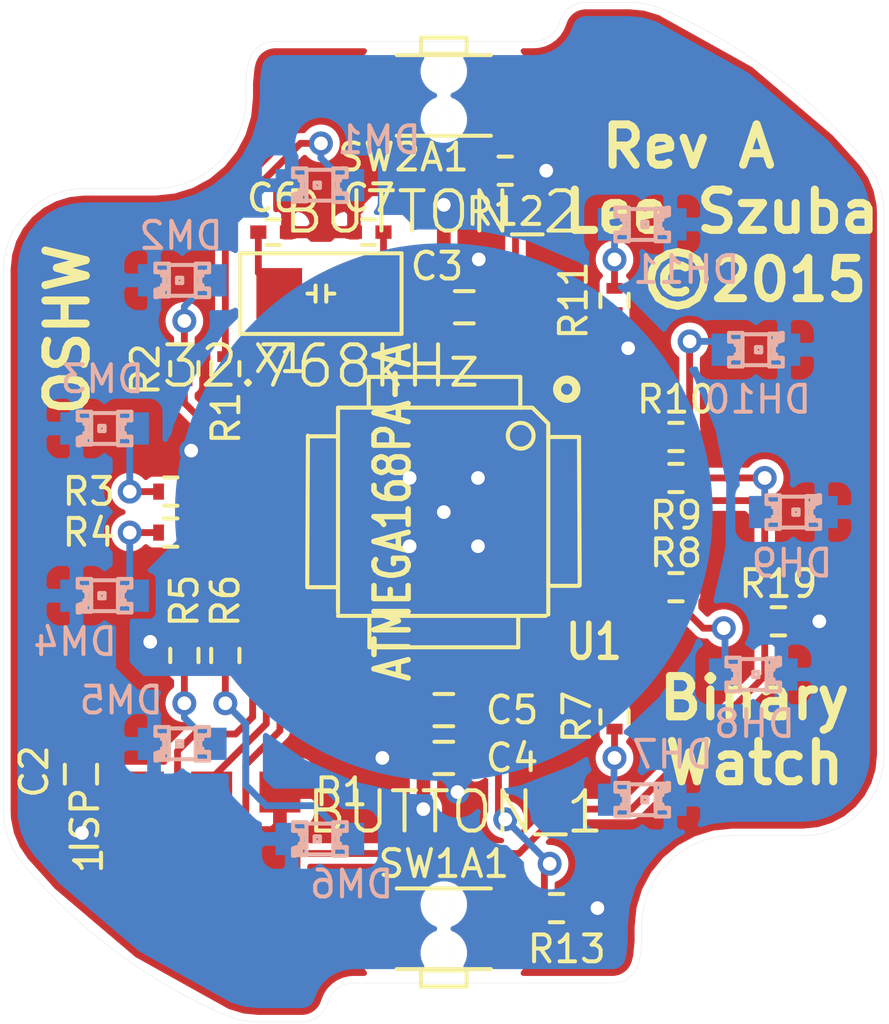
<source format=kicad_pcb>
(kicad_pcb (version 4) (host pcbnew "(2014-jul-16 BZR unknown)-product")
  (layers (0 F.Cu signal) (31 B.Cu signal hide) (34 B.Paste user hide) (35 F.Paste user hide) (36 B.SilkS user hide) (37 F.SilkS user) (38 B.Mask user hide) (39 F.Mask user) (44 Edge.Cuts user))
  (net 0 "")
  (net 1 /AREF)
  (net 2 /LED_H1)
  (net 3 /LED_H2)
  (net 4 /LED_H3)
  (net 5 /LED_H4)
  (net 6 /LED_H5)
  (net 7 /LED_M1)
  (net 8 /LED_M2)
  (net 9 /LED_M3)
  (net 10 /LED_M4)
  (net 11 /LED_M5)
  (net 12 /LED_M6)
  (net 13 /SW_1)
  (net 14 /SW_2)
  (net 15 /XTAL1)
  (net 16 /XTAL2)
  (net 17 /~RESET)
  (net 18 GND)
  (net 19 +BATT)
  (net 20 "Net-(DH7-Pad2)")
  (net 21 "Net-(DH8-Pad2)")
  (net 22 "Net-(DH9-Pad2)")
  (net 23 "Net-(DH10-Pad2)")
  (net 24 "Net-(DH11-Pad2)")
  (net 25 "Net-(DM1-Pad2)")
  (net 26 "Net-(DM2-Pad2)")
  (net 27 "Net-(DM3-Pad2)")
  (net 28 "Net-(DM4-Pad2)")
  (net 29 "Net-(DM5-Pad2)")
  (net 30 "Net-(DM6-Pad2)")
  (net 31 /MISO)
  (net 32 /SCK)
  (net 33 /MOSI)
  (module Capacitors_SMD:C_0603 (layer F.Cu) (at 145.542 88.9)
    (fp_text reference C3 (at -1.016 -1.524) (layer F.SilkS))
    (fp_text value 1uF)
    (pad 1 smd rect (at -0.75 0) (size 0.8 0.75) (layers F.Cu F.Paste F.Mask) (net 19 +BATT))
    (pad 2 smd rect (at 0.75 0) (size 0.8 0.75) (layers F.Cu F.Paste F.Mask) (net 18 GND))
  )
  (module Capacitors_SMD:C_0603 (layer F.Cu) (at 144.78 105.664)
    (fp_text reference C4 (at 2.54 0) (layer F.SilkS))
    (fp_text value 1uF)
    (pad 1 smd rect (at -0.75 0) (size 0.8 0.75) (layers F.Cu F.Paste F.Mask) (net 19 +BATT))
    (pad 2 smd rect (at 0.75 0) (size 0.8 0.75) (layers F.Cu F.Paste F.Mask) (net 18 GND))
  )
  (module Capacitors_SMD:C_0603 (layer F.Cu) (at 144.78 103.886)
    (fp_text reference C5 (at 2.54 0) (layer F.SilkS))
    (fp_text value 1uF)
    (pad 1 smd rect (at -0.75 0) (size 0.8 0.75) (layers F.Cu F.Paste F.Mask) (net 1 /AREF))
    (pad 2 smd rect (at 0.75 0) (size 0.8 0.75) (layers F.Cu F.Paste F.Mask) (net 18 GND))
  )
  (module Capacitors_SMD:C_0402 (layer F.Cu) (at 138.43 86.106)
    (fp_text reference C6 (at 0 -1.27) (layer F.SilkS))
    (fp_text value 9pF)
    (pad 1 smd rect (at -0.55 0) (size 0.6 0.5) (layers F.Cu F.Paste F.Mask) (net 16 /XTAL2))
    (pad 2 smd rect (at 0.55 0) (size 0.6 0.5) (layers F.Cu F.Paste F.Mask) (net 18 GND))
  )
  (module Capacitors_SMD:C_0402 (layer F.Cu) (at 141.986 86.106 180)
    (fp_text reference C7 (at 0 1.27 180) (layer F.SilkS))
    (fp_text value 9pF)
    (pad 1 smd rect (at -0.55 0 180) (size 0.6 0.5) (layers F.Cu F.Paste F.Mask) (net 15 /XTAL1))
    (pad 2 smd rect (at 0.55 0 180) (size 0.6 0.5) (layers F.Cu F.Paste F.Mask) (net 18 GND))
  )
  (module LEDs:LED-0805 (layer B.Cu) (at 152.16 107.22 180)
    (fp_text reference DH7 (at -1.129 1.683 180) (layer B.SilkS) (effects (justify mirror)))
    (fp_text value LED)
    (pad 2 smd rect (at 1.04902 0) (size 1.19888 1.19888) (layers B.Cu B.Paste B.Mask) (net 20 "Net-(DH7-Pad2)"))
    (pad 1 smd rect (at -1.04902 0) (size 1.19888 1.19888) (layers B.Cu B.Paste B.Mask) (net 19 +BATT))
  )
  (module LEDs:LED-0805 (layer B.Cu) (at 156.29 102.56 180)
    (fp_text reference DH8 (at -0.047 -1.834 180) (layer B.SilkS) (effects (justify mirror)))
    (fp_text value LED)
    (pad 2 smd rect (at 1.04902 0) (size 1.19888 1.19888) (layers B.Cu B.Paste B.Mask) (net 21 "Net-(DH8-Pad2)"))
    (pad 1 smd rect (at -1.04902 0) (size 1.19888 1.19888) (layers B.Cu B.Paste B.Mask) (net 19 +BATT))
  )
  (module LEDs:LED-0805 (layer B.Cu) (at 157.78 96.52 180)
    (fp_text reference DH9 (at 0.046 -1.905 180) (layer B.SilkS) (effects (justify mirror)))
    (fp_text value LED)
    (pad 2 smd rect (at 1.04902 0) (size 1.19888 1.19888) (layers B.Cu B.Paste B.Mask) (net 22 "Net-(DH9-Pad2)"))
    (pad 1 smd rect (at -1.04902 0) (size 1.19888 1.19888) (layers B.Cu B.Paste B.Mask) (net 19 +BATT))
  )
  (module LEDs:LED-0805 (layer B.Cu) (at 156.39 90.48 180)
    (fp_text reference DH10 (at -0.074 -1.849 180) (layer B.SilkS) (effects (justify mirror)))
    (fp_text value LED)
    (pad 2 smd rect (at 1.04902 0) (size 1.19888 1.19888) (layers B.Cu B.Paste B.Mask) (net 23 "Net-(DH10-Pad2)"))
    (pad 1 smd rect (at -1.04902 0) (size 1.19888 1.19888) (layers B.Cu B.Paste B.Mask) (net 19 +BATT))
  )
  (module LEDs:LED-0805 (layer B.Cu) (at 152.16 85.82 180)
    (fp_text reference DH11 (at -1.637 -1.683 180) (layer B.SilkS) (effects (justify mirror)))
    (fp_text value LED)
    (pad 2 smd rect (at 1.04902 0) (size 1.19888 1.19888) (layers B.Cu B.Paste B.Mask) (net 24 "Net-(DH11-Pad2)"))
    (pad 1 smd rect (at -1.04902 0) (size 1.19888 1.19888) (layers B.Cu B.Paste B.Mask) (net 19 +BATT))
  )
  (module LEDs:LED-0805 (layer B.Cu) (at 140.17 84.36)
    (fp_text reference DM1 (at 2.197 -1.683) (layer B.SilkS) (effects (justify mirror)))
    (fp_text value LED)
    (pad 2 smd rect (at 1.04902 0 180) (size 1.19888 1.19888) (layers B.Cu B.Paste B.Mask) (net 25 "Net-(DM1-Pad2)"))
    (pad 1 smd rect (at -1.04902 0 180) (size 1.19888 1.19888) (layers B.Cu B.Paste B.Mask) (net 19 +BATT))
  )
  (module LEDs:LED-0805 (layer B.Cu) (at 135.05 87.9)
    (fp_text reference DM2 (at -0.049 -1.667) (layer B.SilkS) (effects (justify mirror)))
    (fp_text value LED)
    (pad 2 smd rect (at 1.04902 0 180) (size 1.19888 1.19888) (layers B.Cu B.Paste B.Mask) (net 26 "Net-(DM2-Pad2)"))
    (pad 1 smd rect (at -1.04902 0 180) (size 1.19888 1.19888) (layers B.Cu B.Paste B.Mask) (net 19 +BATT))
  )
  (module LEDs:LED-0805 (layer B.Cu) (at 132.16 93.41)
    (fp_text reference DM3 (at -0.08 -1.843) (layer B.SilkS) (effects (justify mirror)))
    (fp_text value LED)
    (pad 2 smd rect (at 1.04902 0 180) (size 1.19888 1.19888) (layers B.Cu B.Paste B.Mask) (net 27 "Net-(DM3-Pad2)"))
    (pad 1 smd rect (at -1.04902 0 180) (size 1.19888 1.19888) (layers B.Cu B.Paste B.Mask) (net 19 +BATT))
  )
  (module LEDs:LED-0805 (layer B.Cu) (at 132.16 99.63)
    (fp_text reference DM4 (at -1.096 1.716) (layer B.SilkS) (effects (justify mirror)))
    (fp_text value LED)
    (pad 2 smd rect (at 1.04902 0 180) (size 1.19888 1.19888) (layers B.Cu B.Paste B.Mask) (net 28 "Net-(DM4-Pad2)"))
    (pad 1 smd rect (at -1.04902 0 180) (size 1.19888 1.19888) (layers B.Cu B.Paste B.Mask) (net 19 +BATT))
  )
  (module LEDs:LED-0805 (layer B.Cu) (at 135.05 105.14)
    (fp_text reference DM5 (at -2.27 -1.62) (layer B.SilkS) (effects (justify mirror)))
    (fp_text value LED)
    (pad 2 smd rect (at 1.04902 0 180) (size 1.19888 1.19888) (layers B.Cu B.Paste B.Mask) (net 29 "Net-(DM5-Pad2)"))
    (pad 1 smd rect (at -1.04902 0 180) (size 1.19888 1.19888) (layers B.Cu B.Paste B.Mask) (net 19 +BATT))
  )
  (module LEDs:LED-0805 (layer B.Cu) (at 140.17 108.68)
    (fp_text reference DM6 (at 1.181 1.683) (layer B.SilkS) (effects (justify mirror)))
    (fp_text value LED)
    (pad 2 smd rect (at 1.04902 0 180) (size 1.19888 1.19888) (layers B.Cu B.Paste B.Mask) (net 30 "Net-(DM6-Pad2)"))
    (pad 1 smd rect (at -1.04902 0 180) (size 1.19888 1.19888) (layers B.Cu B.Paste B.Mask) (net 19 +BATT))
  )
  (module Resistors_SMD:R_0402 (layer F.Cu) (at 136.652 91.186 90)
    (fp_text reference R1 (at -1.834 0.028 90) (layer F.SilkS))
    (fp_text value 100R)
    (pad 1 smd rect (at -0.45 0 90) (size 0.4 0.6) (layers F.Cu F.Paste F.Mask) (net 7 /LED_M1))
    (pad 2 smd rect (at 0.45 0 90) (size 0.4 0.6) (layers F.Cu F.Paste F.Mask) (net 25 "Net-(DM1-Pad2)"))
  )
  (module Resistors_SMD:R_0402 (layer F.Cu) (at 135.128 91.186 90)
    (fp_text reference R2 (at -0.034 -1.448 90) (layer F.SilkS))
    (fp_text value 100R)
    (pad 1 smd rect (at -0.45 0 90) (size 0.4 0.6) (layers F.Cu F.Paste F.Mask) (net 8 /LED_M2))
    (pad 2 smd rect (at 0.45 0 90) (size 0.4 0.6) (layers F.Cu F.Paste F.Mask) (net 26 "Net-(DM2-Pad2)"))
  )
  (module Resistors_SMD:R_0402 (layer F.Cu) (at 134.62 95.758 180)
    (fp_text reference R3 (at 3.048 0 180) (layer F.SilkS))
    (fp_text value 100R)
    (pad 1 smd rect (at -0.45 0 180) (size 0.4 0.6) (layers F.Cu F.Paste F.Mask) (net 9 /LED_M3))
    (pad 2 smd rect (at 0.45 0 180) (size 0.4 0.6) (layers F.Cu F.Paste F.Mask) (net 27 "Net-(DM3-Pad2)"))
  )
  (module Resistors_SMD:R_0402 (layer F.Cu) (at 134.62 97.282 180)
    (fp_text reference R4 (at 3.048 0 180) (layer F.SilkS))
    (fp_text value 100R)
    (pad 1 smd rect (at -0.45 0 180) (size 0.4 0.6) (layers F.Cu F.Paste F.Mask) (net 10 /LED_M4))
    (pad 2 smd rect (at 0.45 0 180) (size 0.4 0.6) (layers F.Cu F.Paste F.Mask) (net 28 "Net-(DM4-Pad2)"))
  )
  (module Resistors_SMD:R_0402 (layer F.Cu) (at 135.128 101.854 270)
    (fp_text reference R5 (at -2.032 0 270) (layer F.SilkS))
    (fp_text value 100R)
    (pad 1 smd rect (at -0.45 0 270) (size 0.4 0.6) (layers F.Cu F.Paste F.Mask) (net 11 /LED_M5))
    (pad 2 smd rect (at 0.45 0 270) (size 0.4 0.6) (layers F.Cu F.Paste F.Mask) (net 29 "Net-(DM5-Pad2)"))
  )
  (module Resistors_SMD:R_0402 (layer F.Cu) (at 136.652 101.854 270)
    (fp_text reference R6 (at -2.032 0 270) (layer F.SilkS))
    (fp_text value 100R)
    (pad 1 smd rect (at -0.45 0 270) (size 0.4 0.6) (layers F.Cu F.Paste F.Mask) (net 12 /LED_M6))
    (pad 2 smd rect (at 0.45 0 270) (size 0.4 0.6) (layers F.Cu F.Paste F.Mask) (net 30 "Net-(DM6-Pad2)"))
  )
  (module Resistors_SMD:R_0402 (layer F.Cu) (at 151.13 104.14 270)
    (fp_text reference R7 (at 0 1.397 270) (layer F.SilkS))
    (fp_text value 100R)
    (pad 1 smd rect (at -0.45 0 270) (size 0.4 0.6) (layers F.Cu F.Paste F.Mask) (net 2 /LED_H1))
    (pad 2 smd rect (at 0.45 0 270) (size 0.4 0.6) (layers F.Cu F.Paste F.Mask) (net 20 "Net-(DH7-Pad2)"))
  )
  (module Resistors_SMD:R_0402 (layer F.Cu) (at 153.416 99.314)
    (fp_text reference R8 (at 0 -1.27) (layer F.SilkS))
    (fp_text value 100R)
    (pad 1 smd rect (at -0.45 0) (size 0.4 0.6) (layers F.Cu F.Paste F.Mask) (net 3 /LED_H2))
    (pad 2 smd rect (at 0.45 0) (size 0.4 0.6) (layers F.Cu F.Paste F.Mask) (net 21 "Net-(DH8-Pad2)"))
  )
  (module Resistors_SMD:R_0402 (layer F.Cu) (at 153.416 95.25)
    (fp_text reference R9 (at 0 1.397) (layer F.SilkS))
    (fp_text value 100R)
    (pad 1 smd rect (at -0.45 0) (size 0.4 0.6) (layers F.Cu F.Paste F.Mask) (net 4 /LED_H3))
    (pad 2 smd rect (at 0.45 0) (size 0.4 0.6) (layers F.Cu F.Paste F.Mask) (net 22 "Net-(DH9-Pad2)"))
  )
  (module Resistors_SMD:R_0402 (layer F.Cu) (at 153.416 93.726)
    (fp_text reference R10 (at 0 -1.397) (layer F.SilkS))
    (fp_text value 100R)
    (pad 1 smd rect (at -0.45 0) (size 0.4 0.6) (layers F.Cu F.Paste F.Mask) (net 5 /LED_H4))
    (pad 2 smd rect (at 0.45 0) (size 0.4 0.6) (layers F.Cu F.Paste F.Mask) (net 23 "Net-(DH10-Pad2)"))
  )
  (module Resistors_SMD:R_0402 (layer F.Cu) (at 151.13 88.646 270)
    (fp_text reference R11 (at 0 1.524 270) (layer F.SilkS))
    (fp_text value 100R)
    (pad 1 smd rect (at -0.45 0 270) (size 0.4 0.6) (layers F.Cu F.Paste F.Mask) (net 24 "Net-(DH11-Pad2)"))
    (pad 2 smd rect (at 0.45 0 270) (size 0.4 0.6) (layers F.Cu F.Paste F.Mask) (net 6 /LED_H5))
  )
  (module Resistors_SMD:R_0402 (layer F.Cu) (at 147.066 83.82)
    (fp_text reference R12 (at 0 1.524) (layer F.SilkS))
    (fp_text value 10k)
    (pad 1 smd rect (at -0.45 0) (size 0.4 0.6) (layers F.Cu F.Paste F.Mask) (net 14 /SW_2))
    (pad 2 smd rect (at 0.45 0) (size 0.4 0.6) (layers F.Cu F.Paste F.Mask) (net 19 +BATT))
  )
  (module Resistors_SMD:R_0402 (layer F.Cu) (at 148.971 111.252)
    (fp_text reference R13 (at 0.381 1.524) (layer F.SilkS))
    (fp_text value 10k)
    (pad 1 smd rect (at -0.45 0) (size 0.4 0.6) (layers F.Cu F.Paste F.Mask) (net 13 /SW_1))
    (pad 2 smd rect (at 0.45 0) (size 0.4 0.6) (layers F.Cu F.Paste F.Mask) (net 19 +BATT))
  )
  (module Resistors_SMD:R_0402 (layer F.Cu) (at 157.226 100.584)
    (fp_text reference R19 (at 0 -1.397) (layer F.SilkS))
    (fp_text value 10k)
    (pad 1 smd rect (at -0.45 0) (size 0.4 0.6) (layers F.Cu F.Paste F.Mask) (net 17 /~RESET))
    (pad 2 smd rect (at 0.45 0) (size 0.4 0.6) (layers F.Cu F.Paste F.Mask) (net 19 +BATT))
  )
  (module "_ Custom Lib:EVQ-P7C01P" (layer F.Cu) (at 144.78 112.02)
    (fp_text reference SW1A1 (at 0 -2.419) (layer F.SilkS))
    (fp_text value BUTTON_1 (at 0.43 -4.34) (layer F.SilkS) (effects (font (size 1.5 1.5))))
    (pad "" np_thru_hole circle (at 0 -0.9) (size 0.71 0.71) (drill 0.71) (layers *.Cu *.Mask F.SilkS))
    (pad "" np_thru_hole circle (at 0 0.9) (size 0.71 0.71) (drill 0.71) (layers *.Cu *.Mask F.SilkS))
    (pad 1 smd rect (at -1.8 -0.725) (size 1.4 1.05) (layers F.Cu F.Paste F.Mask) (net 13 /SW_1))
    (pad 2 smd rect (at -1.8 0.725) (size 1.4 1.05) (layers F.Cu F.Paste F.Mask) (net 18 GND))
    (pad 1 smd rect (at 1.8 -0.725) (size 1.4 1.05) (layers F.Cu F.Paste F.Mask) (net 13 /SW_1))
    (pad 2 smd rect (at 1.8 0.725) (size 1.4 1.05) (layers F.Cu F.Paste F.Mask) (net 18 GND))
  )
  (module "_ Custom Lib:EVQ-P7C01P" (layer F.Cu) (at 144.78 81.02 180)
    (fp_text reference SW2A1 (at 1.5 -2.3 180) (layer F.SilkS))
    (fp_text value BUTTON_2 (at 0.43 -4.34 180) (layer F.SilkS) (effects (font (size 1.5 1.5))))
    (pad "" np_thru_hole circle (at 0 -0.9 180) (size 0.71 0.71) (drill 0.71) (layers *.Cu *.Mask F.SilkS))
    (pad "" np_thru_hole circle (at 0 0.9 180) (size 0.71 0.71) (drill 0.71) (layers *.Cu *.Mask F.SilkS))
    (pad 1 smd rect (at -1.8 -0.725 180) (size 1.4 1.05) (layers F.Cu F.Paste F.Mask) (net 14 /SW_2))
    (pad 2 smd rect (at -1.8 0.725 180) (size 1.4 1.05) (layers F.Cu F.Paste F.Mask) (net 18 GND))
    (pad 1 smd rect (at 1.8 -0.725 180) (size 1.4 1.05) (layers F.Cu F.Paste F.Mask) (net 14 /SW_2))
    (pad 2 smd rect (at 1.8 0.725 180) (size 1.4 1.05) (layers F.Cu F.Paste F.Mask) (net 18 GND))
  )
  (module "_ Custom Lib:TQFP-32" (layer F.Cu) (at 144.78 96.52 270)
    (fp_text reference U1 (at 4.826 -5.588 360) (layer F.SilkS) (effects (font (size 1.27 1.016) (thickness 0.2032))))
    (fp_text value ATMEGA168PA-A (at 0 1.905 270) (layer F.SilkS) (effects (font (size 1.27 1.016) (thickness 0.2032))))
    (pad 8 smd rect (at -4.81584 2.77622 270) (size 1.99898 0.44958) (layers F.Cu F.Paste F.Mask) (net 16 /XTAL2))
    (pad 7 smd rect (at -4.81584 1.97612 270) (size 1.99898 0.44958) (layers F.Cu F.Paste F.Mask) (net 15 /XTAL1))
    (pad 6 smd rect (at -4.81584 1.17602 270) (size 1.99898 0.44958) (layers F.Cu F.Paste F.Mask) (net 19 +BATT))
    (pad 5 smd rect (at -4.81584 0.37592 270) (size 1.99898 0.44958) (layers F.Cu F.Paste F.Mask) (net 18 GND))
    (pad 4 smd rect (at -4.81584 -0.42418 270) (size 1.99898 0.44958) (layers F.Cu F.Paste F.Mask) (net 19 +BATT))
    (pad 3 smd rect (at -4.81584 -1.22428 270) (size 1.99898 0.44958) (layers F.Cu F.Paste F.Mask) (net 18 GND))
    (pad 2 smd rect (at -4.81584 -2.02438 270) (size 1.99898 0.44958) (layers F.Cu F.Paste F.Mask) (net 14 /SW_2))
    (pad 1 smd rect (at -4.81584 -2.82448 270) (size 1.99898 0.44958) (layers F.Cu F.Paste F.Mask) (net 6 /LED_H5))
    (pad 24 smd rect (at 4.7498 -2.8194 270) (size 1.99898 0.44958) (layers F.Cu F.Paste F.Mask) (net 2 /LED_H1))
    (pad 17 smd rect (at 4.7498 2.794 270) (size 1.99898 0.44958) (layers F.Cu F.Paste F.Mask) (net 32 /SCK))
    (pad 18 smd rect (at 4.7498 1.9812 270) (size 1.99898 0.44958) (layers F.Cu F.Paste F.Mask) (net 19 +BATT))
    (pad 19 smd rect (at 4.7498 1.1684 270) (size 1.99898 0.44958) (layers F.Cu F.Paste F.Mask))
    (pad 20 smd rect (at 4.7498 0.381 270) (size 1.99898 0.44958) (layers F.Cu F.Paste F.Mask) (net 1 /AREF))
    (pad 21 smd rect (at 4.7498 -0.4318 270) (size 1.99898 0.44958) (layers F.Cu F.Paste F.Mask) (net 18 GND))
    (pad 22 smd rect (at 4.7498 -1.2192 270) (size 1.99898 0.44958) (layers F.Cu F.Paste F.Mask))
    (pad 23 smd rect (at 4.7498 -2.032 270) (size 1.99898 0.44958) (layers F.Cu F.Paste F.Mask) (net 13 /SW_1))
    (pad 32 smd rect (at -2.82448 -4.826 270) (size 0.44958 1.99898) (layers F.Cu F.Paste F.Mask) (net 5 /LED_H4))
    (pad 31 smd rect (at -2.02692 -4.826 270) (size 0.44958 1.99898) (layers F.Cu F.Paste F.Mask))
    (pad 30 smd rect (at -1.22428 -4.826 270) (size 0.44958 1.99898) (layers F.Cu F.Paste F.Mask) (net 4 /LED_H3))
    (pad 29 smd rect (at -0.42672 -4.826 270) (size 0.44958 1.99898) (layers F.Cu F.Paste F.Mask) (net 17 /~RESET))
    (pad 28 smd rect (at 0.37592 -4.826 270) (size 0.44958 1.99898) (layers F.Cu F.Paste F.Mask))
    (pad 27 smd rect (at 1.17348 -4.826 270) (size 0.44958 1.99898) (layers F.Cu F.Paste F.Mask))
    (pad 26 smd rect (at 1.97612 -4.826 270) (size 0.44958 1.99898) (layers F.Cu F.Paste F.Mask))
    (pad 25 smd rect (at 2.77368 -4.826 270) (size 0.44958 1.99898) (layers F.Cu F.Paste F.Mask) (net 3 /LED_H2))
    (pad 9 smd rect (at -2.8194 4.7752 270) (size 0.44958 1.99898) (layers F.Cu F.Paste F.Mask) (net 7 /LED_M1))
    (pad 10 smd rect (at -2.032 4.7752 270) (size 0.44958 1.99898) (layers F.Cu F.Paste F.Mask) (net 8 /LED_M2))
    (pad 11 smd rect (at -1.2192 4.7752 270) (size 0.44958 1.99898) (layers F.Cu F.Paste F.Mask) (net 9 /LED_M3))
    (pad 12 smd rect (at -0.4318 4.7752 270) (size 0.44958 1.99898) (layers F.Cu F.Paste F.Mask) (net 10 /LED_M4))
    (pad 13 smd rect (at 0.3556 4.7752 270) (size 0.44958 1.99898) (layers F.Cu F.Paste F.Mask) (net 11 /LED_M5))
    (pad 14 smd rect (at 1.1684 4.7752 270) (size 0.44958 1.99898) (layers F.Cu F.Paste F.Mask) (net 12 /LED_M6))
    (pad 15 smd rect (at 1.9812 4.7752 270) (size 0.44958 1.99898) (layers F.Cu F.Paste F.Mask) (net 33 /MOSI))
    (pad 16 smd rect (at 2.794 4.7752 270) (size 0.44958 1.99898) (layers F.Cu F.Paste F.Mask) (net 31 /MISO))
  )
  (module "_ Custom Lib:XTAL_ABS07" (layer F.Cu) (at 140.208 88.392 180)
    (fp_text reference X1 (at 1.528 -2.428 180) (layer F.SilkS))
    (fp_text value 32.768kHz (at 0 -2.7 180) (layer F.SilkS) (effects (font (size 1.5 1.5))))
    (pad 2 smd rect (at 1.55 0 180) (size 1.7 1.9) (layers F.Cu F.Paste F.Mask) (net 16 /XTAL2))
    (pad 1 smd rect (at -1.55 0 180) (size 1.7 1.9) (layers F.Cu F.Paste F.Mask) (net 15 /XTAL1))
  )
  (module "_ Custom Lib:CR2032-NEG" (layer B.Cu) (at 144.78 96.52)
    (fp_text reference BAT-N1 hide)
    (fp_text value CONN_01X01 hide)
    (pad 1 smd circle (at 0 0) (size 20 20) (layers B.Cu B.Paste B.Mask) (net 18 GND))
  )
  (module Capacitors_SMD:C_0603 (layer F.Cu) (at 131.28 106.27 90)
    (fp_text reference C2 (at 0.098 -1.74 90) (layer F.SilkS))
    (fp_text value 1uF)
    (pad 1 smd rect (at -0.75 0 90) (size 0.8 0.75) (layers F.Cu F.Paste F.Mask) (net 19 +BATT))
    (pad 2 smd rect (at 0.75 0 90) (size 0.8 0.75) (layers F.Cu F.Paste F.Mask) (net 18 GND))
  )
  (module "_ Custom Lib:HDR-2x3_SMD" (layer F.Cu) (at 136.144 108.204 90)
    (fp_text reference P1 (at 1.27 4.826 180) (layer F.SilkS))
    (fp_text value ISP (at 0.21 -4.71 90) (layer F.SilkS))
    (fp_text user 1 (at -1.27 -4.572 90) (layer F.SilkS))
    (pad 1 smd rect (at -1.27 -2.54 90) (size 1.524 1.524) (layers F.Cu F.Paste F.Mask) (net 31 /MISO))
    (pad 2 smd rect (at 1.27 -2.54 90) (size 1.524 1.524) (layers F.Cu F.Paste F.Mask) (net 19 +BATT))
    (pad 3 smd rect (at -1.27 0 90) (size 1.524 1.524) (layers F.Cu F.Paste F.Mask) (net 32 /SCK))
    (pad 4 smd rect (at 1.27 0 90) (size 1.524 1.524) (layers F.Cu F.Paste F.Mask) (net 33 /MOSI))
    (pad 5 smd rect (at -1.27 2.54 90) (size 1.524 1.524) (layers F.Cu F.Paste F.Mask) (net 17 /~RESET))
    (pad 6 smd rect (at 1.27 2.54 90) (size 1.524 1.524) (layers F.Cu F.Paste F.Mask) (net 18 GND))
  )
  (gr_text OSHW (at 130.78 89.72 90) (layer F.SilkS) (effects (font (size 1.5 1.5) (thickness 0.3))))
  (gr_text "Binary\nWatch" (at 156.337 104.648) (layer F.SilkS) (effects (font (size 1.5 1.5) (thickness 0.3))))
  (gr_text "Rev A" (at 153.88 82.92) (layer F.SilkS) (effects (font (size 1.5 1.5) (thickness 0.3))))
  (gr_text ©2015 (at 156.337 87.884) (layer F.SilkS) (effects (font (size 1.5 1.5) (thickness 0.3))))
  (gr_text "Lee Szuba" (at 149.098 85.344) (layer F.SilkS) (effects (font (size 1.5 1.5) (thickness 0.3)) (justify left)))
  (gr_circle (center 149.352 91.948) (end 149.606 92.202) (layer F.SilkS) (width 0.3))
  (gr_line (start 138.500226 79.006141) (end 148.13 79.006141) (angle 90) (layer Edge.Cuts) (width 0.01))
  (gr_arc (start 138.500226 80.006142) (end 138.500226 79.006141) (angle -74) (layer Edge.Cuts) (width 0.01))
  (gr_arc (start 140.423114 80.556141) (end 137.538781 79.731142) (angle -15.9) (layer Edge.Cuts) (width 0.01))
  (gr_line (start 137.423114 80.556141) (end 137.423114 81.085884) (angle 90) (layer Edge.Cuts) (width 0.01))
  (gr_arc (start 134.023114 81.085884) (end 134.023114 84.485884) (angle -90) (layer Edge.Cuts) (width 0.01))
  (gr_line (start 134.023114 84.485884) (end 131.406334 84.485884) (angle 90) (layer Edge.Cuts) (width 0.01))
  (gr_arc (start 131.406334 87.485884) (end 131.406334 84.485884) (angle -89.9) (layer Edge.Cuts) (width 0.01))
  (gr_line (start 128.406333 87.485884) (end 128.406333 107.651265) (angle 90) (layer Edge.Cuts) (width 0.01))
  (gr_arc (start 131.406331 107.651265) (end 128.406333 107.651265) (angle -39.7) (layer Edge.Cuts) (width 0.01))
  (gr_arc (start 144.78 96.519998) (end 129.10053 109.570448) (angle -26.7) (layer Edge.Cuts) (width 0.01))
  (gr_arc (start 137.857921 112.48386) (end 136.664456 115.236248) (angle -23.4) (layer Edge.Cuts) (width 0.01))
  (gr_line (start 137.857918 115.48386) (end 139.507111 115.48386) (angle 90) (layer Edge.Cuts) (width 0.01))
  (gr_arc (start 139.507111 114.483859) (end 139.507111 115.48386) (angle -74) (layer Edge.Cuts) (width 0.01))
  (gr_arc (start 141.43 115.033859) (end 141.43 114.033859) (angle -74) (layer Edge.Cuts) (width 0.01))
  (gr_line (start 151.059774 114.033859) (end 141.43 114.033859) (angle 90) (layer Edge.Cuts) (width 0.01))
  (gr_arc (start 151.059774 113.033858) (end 151.059774 114.033859) (angle -74) (layer Edge.Cuts) (width 0.01))
  (gr_arc (start 149.136886 112.483859) (end 152.021219 113.308858) (angle -15.9) (layer Edge.Cuts) (width 0.01))
  (gr_line (start 152.136886 112.483859) (end 152.136886 111.954116) (angle 90) (layer Edge.Cuts) (width 0.01))
  (gr_arc (start 155.536886 111.954116) (end 155.536886 108.554116) (angle -90) (layer Edge.Cuts) (width 0.01))
  (gr_line (start 155.536886 108.554116) (end 158.153666 108.554116) (angle 90) (layer Edge.Cuts) (width 0.01))
  (gr_arc (start 158.153666 105.554116) (end 158.153666 108.554116) (angle -89.9) (layer Edge.Cuts) (width 0.01))
  (gr_line (start 161.153667 105.554116) (end 161.153667 85.388735) (angle 90) (layer Edge.Cuts) (width 0.01))
  (gr_arc (start 158.153669 85.388735) (end 161.153667 85.388735) (angle -39.7) (layer Edge.Cuts) (width 0.01))
  (gr_arc (start 144.78 96.520002) (end 160.45947 83.469552) (angle -26.7) (layer Edge.Cuts) (width 0.01))
  (gr_arc (start 151.702079 80.55614) (end 152.895544 77.803752) (angle -23.4) (layer Edge.Cuts) (width 0.01))
  (gr_line (start 151.702082 77.55614) (end 150.052889 77.55614) (angle 90) (layer Edge.Cuts) (width 0.01))
  (gr_arc (start 150.052889 78.556141) (end 150.052889 77.55614) (angle -74) (layer Edge.Cuts) (width 0.01))
  (gr_arc (start 148.13 78.006141) (end 148.13 79.006141) (angle -74) (layer Edge.Cuts) (width 0.01))
  (segment (start 144.399 103.517) (end 144.03 103.886) (width 0.254) (layer F.Cu) (net 1))
  (segment (start 144.399 101.2698) (end 144.399 103.517) (width 0.254) (layer F.Cu) (net 1))
  (segment (start 150.2918 101.2698) (end 151.13 102.108) (width 0.254) (layer F.Cu) (net 2))
  (segment (start 151.13 102.108) (end 151.13 103.69) (width 0.254) (layer F.Cu) (net 2))
  (segment (start 147.5994 101.2698) (end 150.2918 101.2698) (width 0.254) (layer F.Cu) (net 2))
  (segment (start 152.94568 99.29368) (end 152.966 99.314) (width 0.254) (layer F.Cu) (net 3))
  (segment (start 149.606 99.29368) (end 152.94568 99.29368) (width 0.254) (layer F.Cu) (net 3))
  (segment (start 152.92028 95.29572) (end 152.966 95.25) (width 0.254) (layer F.Cu) (net 4))
  (segment (start 149.606 95.29572) (end 152.92028 95.29572) (width 0.254) (layer F.Cu) (net 4))
  (segment (start 152.93552 93.69552) (end 152.966 93.726) (width 0.254) (layer F.Cu) (net 5))
  (segment (start 149.606 93.69552) (end 152.93552 93.69552) (width 0.254) (layer F.Cu) (net 5))
  (segment (start 147.60448 91.70416) (end 147.60448 89.88552) (width 0.254) (layer F.Cu) (net 6))
  (segment (start 148.394 89.096) (end 151.13 89.096) (width 0.254) (layer F.Cu) (net 6))
  (segment (start 147.60448 89.88552) (end 148.394 89.096) (width 0.254) (layer F.Cu) (net 6))
  (segment (start 137.8966 93.7006) (end 136.652 92.456) (width 0.254) (layer F.Cu) (net 7))
  (segment (start 136.652 92.456) (end 136.652 91.636) (width 0.254) (layer F.Cu) (net 7))
  (segment (start 140.0048 93.7006) (end 137.8966 93.7006) (width 0.254) (layer F.Cu) (net 7))
  (segment (start 137.16 94.488) (end 135.128 92.456) (width 0.254) (layer F.Cu) (net 8))
  (segment (start 135.128 92.456) (end 135.128 91.636) (width 0.254) (layer F.Cu) (net 8))
  (segment (start 140.0048 94.488) (end 137.16 94.488) (width 0.254) (layer F.Cu) (net 8))
  (segment (start 137.450352 95.3008) (end 136.993152 95.758) (width 0.254) (layer F.Cu) (net 9))
  (segment (start 136.993152 95.758) (end 135.07 95.758) (width 0.254) (layer F.Cu) (net 9))
  (segment (start 140.0048 95.3008) (end 137.450352 95.3008) (width 0.254) (layer F.Cu) (net 9))
  (segment (start 137.381376 96.0882) (end 136.187576 97.282) (width 0.254) (layer F.Cu) (net 10))
  (segment (start 136.187576 97.282) (end 135.07 97.282) (width 0.254) (layer F.Cu) (net 10))
  (segment (start 140.0048 96.0882) (end 137.381376 96.0882) (width 0.254) (layer F.Cu) (net 10))
  (segment (start 137.3124 96.8756) (end 135.128 99.06) (width 0.254) (layer F.Cu) (net 11))
  (segment (start 135.128 99.06) (end 135.128 101.404) (width 0.254) (layer F.Cu) (net 11))
  (segment (start 140.0048 96.8756) (end 137.3124 96.8756) (width 0.254) (layer F.Cu) (net 11))
  (segment (start 137.2616 97.6884) (end 136.652 98.298) (width 0.254) (layer F.Cu) (net 12))
  (segment (start 136.652 98.298) (end 136.652 101.404) (width 0.254) (layer F.Cu) (net 12))
  (segment (start 140.0048 97.6884) (end 137.2616 97.6884) (width 0.254) (layer F.Cu) (net 12))
  (segment (start 146.58 111.295) (end 146.558 110.49) (width 0.254) (layer F.Cu) (net 13))
  (segment (start 143.002 110.49) (end 142.98 111.295) (width 0.254) (layer F.Cu) (net 13))
  (segment (start 143.51 109.982) (end 143.002 110.49) (width 0.254) (layer F.Cu) (net 13))
  (segment (start 146.05 109.982) (end 143.51 109.982) (width 0.254) (layer F.Cu) (net 13))
  (segment (start 146.558 110.49) (end 146.05 109.982) (width 0.254) (layer F.Cu) (net 13))
  (segment (start 148.521 111.252) (end 148.521 109.797) (width 0.254) (layer F.Cu) (net 13))
  (segment (start 146.812 107.696) (end 146.812 101.2698) (width 0.254) (layer F.Cu) (net 13))
  (segment (start 147.066 107.95) (end 146.812 107.696) (width 0.254) (layer F.Cu) (net 13))
  (via (at 147.066 107.95) (size 0.889) (layers F.Cu B.Cu) (net 13))
  (segment (start 148.717 109.601) (end 147.066 107.95) (width 0.254) (layer B.Cu) (net 13))
  (via (at 148.717 109.601) (size 0.889) (layers F.Cu B.Cu) (net 13))
  (segment (start 148.521 109.797) (end 148.717 109.601) (width 0.254) (layer F.Cu) (net 13))
  (segment (start 146.58 111.295) (end 148.478 111.295) (width 0.254) (layer F.Cu) (net 13))
  (segment (start 148.478 111.295) (end 148.521 111.252) (width 0.254) (layer F.Cu) (net 13))
  (segment (start 146.58 111.295) (end 146.812 111.063) (width 0.254) (layer F.Cu) (net 13))
  (segment (start 146.616 83.82) (end 146.616 84.767) (width 0.254) (layer F.Cu) (net 14))
  (segment (start 146.616 84.767) (end 147.447 85.598) (width 0.254) (layer F.Cu) (net 14))
  (segment (start 142.98 81.745) (end 142.98 82.782) (width 0.254) (layer F.Cu) (net 14))
  (segment (start 143.256 83.058) (end 146.616 83.058) (width 0.254) (layer F.Cu) (net 14))
  (segment (start 142.98 82.782) (end 143.256 83.058) (width 0.254) (layer F.Cu) (net 14))
  (segment (start 146.80438 91.70416) (end 146.80438 89.92362) (width 0.254) (layer F.Cu) (net 14))
  (segment (start 146.616 84.767) (end 146.616 83.058) (width 0.254) (layer F.Cu) (net 14))
  (segment (start 146.616 83.058) (end 146.616 81.781) (width 0.254) (layer F.Cu) (net 14))
  (segment (start 147.447 85.598) (end 146.616 84.767) (width 0.254) (layer F.Cu) (net 14))
  (segment (start 147.447 89.281) (end 147.447 85.598) (width 0.254) (layer F.Cu) (net 14))
  (segment (start 146.80438 89.92362) (end 147.447 89.281) (width 0.254) (layer F.Cu) (net 14))
  (segment (start 146.616 81.781) (end 146.58 81.745) (width 0.254) (layer F.Cu) (net 14))
  (segment (start 142.80388 89.43788) (end 141.758 88.392) (width 0.254) (layer F.Cu) (net 15))
  (segment (start 142.80388 91.70416) (end 142.80388 89.43788) (width 0.254) (layer F.Cu) (net 15))
  (segment (start 142.536 87.614) (end 141.758 88.392) (width 0.254) (layer F.Cu) (net 15))
  (segment (start 142.536 86.106) (end 142.536 87.614) (width 0.254) (layer F.Cu) (net 15))
  (segment (start 138.658 89.89) (end 140.47216 91.70416) (width 0.254) (layer F.Cu) (net 16))
  (segment (start 140.47216 91.70416) (end 142.00378 91.70416) (width 0.254) (layer F.Cu) (net 16))
  (segment (start 138.658 88.392) (end 138.658 89.89) (width 0.254) (layer F.Cu) (net 16))
  (segment (start 137.88 87.614) (end 138.658 88.392) (width 0.254) (layer F.Cu) (net 16))
  (segment (start 137.88 86.106) (end 137.88 87.614) (width 0.254) (layer F.Cu) (net 16))
  (segment (start 156.718 101.092) (end 156.718 100.642) (width 0.254) (layer F.Cu) (net 17))
  (segment (start 156.718 100.642) (end 156.776 100.584) (width 0.254) (layer F.Cu) (net 17))
  (segment (start 145.034 109.22) (end 147.574 109.22) (width 0.254) (layer F.Cu) (net 17))
  (segment (start 156.16428 96.09328) (end 156.718 96.647) (width 0.254) (layer F.Cu) (net 17))
  (segment (start 148.082 108.712) (end 149.225 107.569) (width 0.254) (layer F.Cu) (net 17))
  (segment (start 149.225 107.569) (end 151.765 107.569) (width 0.254) (layer F.Cu) (net 17))
  (segment (start 151.765 107.569) (end 156.718 102.616) (width 0.254) (layer F.Cu) (net 17))
  (segment (start 156.718 102.616) (end 156.718 101.219) (width 0.254) (layer F.Cu) (net 17))
  (segment (start 149.606 96.09328) (end 156.16428 96.09328) (width 0.254) (layer F.Cu) (net 17))
  (segment (start 156.718 96.647) (end 156.718 101.092) (width 0.254) (layer F.Cu) (net 17))
  (segment (start 156.718 101.092) (end 156.718 101.219) (width 0.254) (layer F.Cu) (net 17))
  (segment (start 145.034 109.22) (end 138.938 109.22) (width 0.254) (layer F.Cu) (net 17))
  (segment (start 147.574 109.22) (end 148.082 108.712) (width 0.254) (layer F.Cu) (net 17))
  (segment (start 138.684 109.474) (end 138.684 109.474) (width 0.254) (layer F.Cu) (net 17))
  (segment (start 138.684 109.474) (end 138.938 109.22) (width 0.254) (layer F.Cu) (net 17))
  (segment (start 146.05 95.25) (end 146.05 87.15) (width 0.254) (layer F.Cu) (net 18))
  (segment (start 146.08 87.12) (end 144.78 88.42) (width 0.254) (layer B.Cu) (net 18))
  (via (at 146.08 87.12) (size 0.889) (layers F.Cu B.Cu) (net 18))
  (segment (start 146.05 87.15) (end 146.08 87.12) (width 0.254) (layer F.Cu) (net 18))
  (segment (start 144.78 88.42) (end 144.78 96.52) (width 0.254) (layer B.Cu) (net 18))
  (segment (start 145.288 106.934) (end 145.288 106.912) (width 0.254) (layer B.Cu) (net 18))
  (segment (start 145.68 106.52) (end 145.68 97.42) (width 0.254) (layer B.Cu) (net 18))
  (segment (start 145.288 106.912) (end 145.68 106.52) (width 0.254) (layer B.Cu) (net 18))
  (segment (start 145.68 97.42) (end 144.78 96.52) (width 0.254) (layer B.Cu) (net 18))
  (segment (start 145.288 106.934) (end 145.288 106.712) (width 0.254) (layer B.Cu) (net 18))
  (segment (start 145.48 106.52) (end 145.48 97.22) (width 0.254) (layer B.Cu) (net 18))
  (segment (start 145.288 106.712) (end 145.48 106.52) (width 0.254) (layer B.Cu) (net 18))
  (segment (start 145.48 97.22) (end 144.78 96.52) (width 0.254) (layer B.Cu) (net 18))
  (segment (start 145.288 106.934) (end 145.288 106.728) (width 0.254) (layer B.Cu) (net 18))
  (segment (start 145.288 106.728) (end 144.78 106.22) (width 0.254) (layer B.Cu) (net 18))
  (segment (start 144.78 106.22) (end 144.78 96.52) (width 0.254) (layer B.Cu) (net 18))
  (via (at 135.382 94.234) (size 0.889) (layers F.Cu B.Cu) (net 18))
  (segment (start 135.382 94.234) (end 137.668 96.52) (width 0.254) (layer B.Cu) (net 18))
  (segment (start 137.668 96.52) (end 144.78 96.52) (width 0.254) (layer B.Cu) (net 18))
  (segment (start 132.588 101.854) (end 133.35 101.854) (width 0.254) (layer F.Cu) (net 18))
  (segment (start 133.858 101.346) (end 138.684 96.52) (width 0.254) (layer B.Cu) (net 18))
  (via (at 133.858 101.346) (size 0.889) (layers F.Cu B.Cu) (net 18))
  (segment (start 133.35 101.854) (end 133.858 101.346) (width 0.254) (layer F.Cu) (net 18))
  (segment (start 138.684 96.52) (end 144.78 96.52) (width 0.254) (layer B.Cu) (net 18))
  (via (at 142.494 105.664) (size 0.889) (layers F.Cu B.Cu) (net 18))
  (segment (start 142.494 105.664) (end 144.78 103.378) (width 0.254) (layer B.Cu) (net 18))
  (segment (start 144.78 103.378) (end 144.78 96.52) (width 0.254) (layer B.Cu) (net 18))
  (segment (start 145.542 107.188) (end 145.288 106.934) (width 0.254) (layer F.Cu) (net 18))
  (segment (start 145.288 106.934) (end 144.78 106.426) (width 0.254) (layer B.Cu) (net 18))
  (via (at 145.288 106.934) (size 0.889) (layers F.Cu B.Cu) (net 18))
  (segment (start 144.78 106.426) (end 144.78 96.52) (width 0.254) (layer B.Cu) (net 18))
  (segment (start 152.654 88.646) (end 152.654 89.408) (width 0.254) (layer F.Cu) (net 18))
  (segment (start 151.638 90.424) (end 145.542 96.52) (width 0.254) (layer B.Cu) (net 18))
  (via (at 151.638 90.424) (size 0.889) (layers F.Cu B.Cu) (net 18))
  (segment (start 152.654 89.408) (end 151.638 90.424) (width 0.254) (layer F.Cu) (net 18))
  (segment (start 145.542 96.52) (end 144.78 96.52) (width 0.254) (layer B.Cu) (net 18))
  (segment (start 145.53 105.664) (end 145.53 103.886) (width 0.254) (layer F.Cu) (net 18))
  (segment (start 145.53 103.886) (end 145.2118 103.5678) (width 0.254) (layer F.Cu) (net 18))
  (segment (start 145.2118 103.5678) (end 145.2118 101.2698) (width 0.254) (layer F.Cu) (net 18))
  (segment (start 144.78 96.52) (end 143.51 97.79) (width 0.254) (layer F.Cu) (net 18))
  (segment (start 143.51 97.79) (end 144.78 96.52) (width 0.254) (layer B.Cu) (net 18))
  (via (at 143.51 97.79) (size 0.889) (layers F.Cu B.Cu) (net 18))
  (segment (start 144.78 96.52) (end 143.51 95.25) (width 0.254) (layer F.Cu) (net 18))
  (segment (start 143.51 95.25) (end 144.78 96.52) (width 0.254) (layer B.Cu) (net 18))
  (via (at 143.51 95.25) (size 0.889) (layers F.Cu B.Cu) (net 18))
  (segment (start 144.78 96.52) (end 146.05 97.79) (width 0.254) (layer F.Cu) (net 18))
  (segment (start 146.05 97.79) (end 144.78 96.52) (width 0.254) (layer B.Cu) (net 18))
  (via (at 146.05 97.79) (size 0.889) (layers F.Cu B.Cu) (net 18))
  (via (at 144.78 96.52) (size 0.889) (layers F.Cu B.Cu) (net 18))
  (segment (start 146.05 95.25) (end 144.78 96.52) (width 0.254) (layer B.Cu) (net 18))
  (via (at 146.05 95.25) (size 0.889) (layers F.Cu B.Cu) (net 18))
  (segment (start 144.78 96.52) (end 146.05 95.25) (width 0.254) (layer F.Cu) (net 18))
  (segment (start 157.676 100.584) (end 158.75 100.584) (width 0.254) (layer F.Cu) (net 19))
  (via (at 158.75 100.584) (size 0.889) (layers F.Cu B.Cu) (net 19))
  (segment (start 147.516 83.82) (end 148.59 83.82) (width 0.254) (layer F.Cu) (net 19))
  (via (at 148.59 83.82) (size 0.889) (layers F.Cu B.Cu) (net 19))
  (segment (start 149.421 111.252) (end 150.495 111.252) (width 0.254) (layer F.Cu) (net 19))
  (via (at 150.495 111.252) (size 0.889) (layers F.Cu B.Cu) (net 19))
  (segment (start 133.604 106.934) (end 131.366 106.934) (width 0.508) (layer F.Cu) (net 19))
  (segment (start 131.366 106.934) (end 131.318 106.982) (width 0.508) (layer F.Cu) (net 19))
  (segment (start 131.318 106.982) (end 131.318 108.458) (width 0.508) (layer F.Cu) (net 19))
  (via (at 131.318 108.458) (size 0.889) (layers F.Cu B.Cu) (net 19))
  (segment (start 143.60398 91.70416) (end 143.60398 90.08802) (width 0.508) (layer F.Cu) (net 19))
  (segment (start 143.60398 90.08802) (end 144.792 88.9) (width 0.508) (layer F.Cu) (net 19))
  (segment (start 145.20418 91.70416) (end 145.20418 89.31218) (width 0.508) (layer F.Cu) (net 19))
  (segment (start 145.20418 89.31218) (end 144.78 88.888) (width 0.508) (layer F.Cu) (net 19))
  (segment (start 144.78 88.888) (end 144.78 85.09) (width 0.508) (layer F.Cu) (net 19))
  (via (at 144.78 85.09) (size 0.889) (layers F.Cu B.Cu) (net 19))
  (via (at 144.018 107.569) (size 0.889) (layers F.Cu B.Cu) (net 19))
  (segment (start 144.018 107.569) (end 144.006 107.581) (width 0.254) (layer F.Cu) (net 19))
  (segment (start 144.03 105.664) (end 144.018 107.569) (width 0.508) (layer F.Cu) (net 19))
  (segment (start 144.018 107.569) (end 144.006 107.581) (width 0.254) (layer B.Cu) (net 19))
  (segment (start 142.7988 104.4448) (end 142.7988 101.2698) (width 0.508) (layer F.Cu) (net 19))
  (segment (start 144.018 105.664) (end 142.7988 104.4448) (width 0.508) (layer F.Cu) (net 19))
  (segment (start 144.03 105.664) (end 144.018 105.664) (width 0.254) (layer F.Cu) (net 19))
  (segment (start 151.11098 105.68302) (end 151.13 105.664) (width 0.254) (layer B.Cu) (net 20))
  (via (at 151.13 105.664) (size 0.889) (layers F.Cu B.Cu) (net 20))
  (segment (start 151.13 105.664) (end 151.13 104.59) (width 0.254) (layer F.Cu) (net 20))
  (segment (start 151.11098 107.22) (end 151.11098 105.68302) (width 0.254) (layer B.Cu) (net 20))
  (segment (start 153.866 100.272) (end 154.432 100.838) (width 0.254) (layer F.Cu) (net 21))
  (segment (start 154.432 100.838) (end 155.194 100.838) (width 0.254) (layer F.Cu) (net 21))
  (via (at 155.194 100.838) (size 0.889) (layers F.Cu B.Cu) (net 21))
  (segment (start 155.194 100.838) (end 155.24098 100.88498) (width 0.254) (layer B.Cu) (net 21))
  (segment (start 155.24098 100.88498) (end 155.24098 102.56) (width 0.254) (layer B.Cu) (net 21))
  (segment (start 153.866 99.314) (end 153.866 100.272) (width 0.254) (layer F.Cu) (net 21))
  (segment (start 156.718 95.25) (end 153.866 95.25) (width 0.254) (layer F.Cu) (net 22))
  (via (at 156.718 95.25) (size 0.889) (layers F.Cu B.Cu) (net 22))
  (segment (start 156.718 96.50702) (end 156.718 95.25) (width 0.254) (layer B.Cu) (net 22))
  (segment (start 156.73098 96.52) (end 156.718 96.50702) (width 0.254) (layer B.Cu) (net 22))
  (segment (start 155.03098 90.17) (end 155.34098 90.48) (width 0.254) (layer B.Cu) (net 23))
  (segment (start 153.924 90.17) (end 155.03098 90.17) (width 0.254) (layer B.Cu) (net 23))
  (via (at 153.924 90.17) (size 0.889) (layers F.Cu B.Cu) (net 23))
  (segment (start 153.924 93.668) (end 153.924 90.17) (width 0.254) (layer F.Cu) (net 23))
  (segment (start 153.866 93.726) (end 153.924 93.668) (width 0.254) (layer F.Cu) (net 23))
  (segment (start 151.13 87.122) (end 151.13 88.196) (width 0.254) (layer F.Cu) (net 24))
  (via (at 151.13 87.122) (size 0.889) (layers F.Cu B.Cu) (net 24))
  (segment (start 151.13 85.83902) (end 151.13 87.122) (width 0.254) (layer B.Cu) (net 24))
  (segment (start 151.11098 85.82) (end 151.13 85.83902) (width 0.254) (layer B.Cu) (net 24))
  (segment (start 136.652 85.598) (end 139.446 82.804) (width 0.254) (layer F.Cu) (net 25))
  (segment (start 139.446 82.804) (end 140.208 82.804) (width 0.254) (layer F.Cu) (net 25))
  (via (at 140.208 82.804) (size 0.889) (layers F.Cu B.Cu) (net 25))
  (segment (start 140.208 82.804) (end 140.208 83.34898) (width 0.254) (layer B.Cu) (net 25))
  (segment (start 140.208 83.34898) (end 141.21902 84.36) (width 0.254) (layer B.Cu) (net 25))
  (segment (start 136.652 90.736) (end 136.652 85.598) (width 0.254) (layer F.Cu) (net 25))
  (segment (start 135.128 88.87102) (end 135.128 89.408) (width 0.254) (layer B.Cu) (net 26))
  (via (at 135.128 89.408) (size 0.889) (layers F.Cu B.Cu) (net 26))
  (segment (start 135.128 89.408) (end 135.128 90.736) (width 0.254) (layer F.Cu) (net 26))
  (segment (start 136.09902 87.9) (end 135.128 88.87102) (width 0.254) (layer B.Cu) (net 26))
  (via (at 133.096 95.758) (size 0.889) (layers F.Cu B.Cu) (net 27))
  (segment (start 133.096 95.758) (end 133.096 93.472) (width 0.254) (layer B.Cu) (net 27))
  (segment (start 133.096 93.472) (end 133.20902 93.41) (width 0.254) (layer B.Cu) (net 27))
  (segment (start 134.17 95.758) (end 133.096 95.758) (width 0.254) (layer F.Cu) (net 27))
  (via (at 133.096 97.282) (size 0.889) (layers F.Cu B.Cu) (net 28))
  (segment (start 133.096 97.282) (end 133.096 99.568) (width 0.254) (layer B.Cu) (net 28))
  (segment (start 133.096 99.568) (end 133.20902 99.63) (width 0.254) (layer B.Cu) (net 28))
  (segment (start 134.17 97.282) (end 133.096 97.282) (width 0.254) (layer F.Cu) (net 28))
  (segment (start 135.128 104.16898) (end 136.09902 105.14) (width 0.254) (layer B.Cu) (net 29))
  (segment (start 135.128 102.304) (end 135.128 103.632) (width 0.254) (layer F.Cu) (net 29))
  (via (at 135.128 103.632) (size 0.889) (layers F.Cu B.Cu) (net 29))
  (segment (start 135.128 103.632) (end 135.128 104.16898) (width 0.254) (layer B.Cu) (net 29))
  (via (at 136.652 103.632) (size 0.889) (layers F.Cu B.Cu) (net 30))
  (segment (start 136.652 103.632) (end 137.414 104.394) (width 0.254) (layer B.Cu) (net 30))
  (segment (start 137.414 104.394) (end 137.414 106.68) (width 0.254) (layer B.Cu) (net 30))
  (segment (start 137.414 106.68) (end 138.176 107.442) (width 0.254) (layer B.Cu) (net 30))
  (segment (start 138.176 107.442) (end 139.98102 107.442) (width 0.254) (layer B.Cu) (net 30))
  (segment (start 139.98102 107.442) (end 141.21902 108.68) (width 0.254) (layer B.Cu) (net 30))
  (segment (start 136.652 102.304) (end 136.652 103.632) (width 0.254) (layer F.Cu) (net 30))
  (segment (start 134.874 108.204) (end 134.874 105.41) (width 0.254) (layer F.Cu) (net 31))
  (segment (start 134.874 105.41) (end 135.509 104.775) (width 0.254) (layer F.Cu) (net 31))
  (segment (start 135.509 104.775) (end 137.033 104.775) (width 0.254) (layer F.Cu) (net 31))
  (segment (start 137.033 104.775) (end 137.668 104.14) (width 0.254) (layer F.Cu) (net 31))
  (segment (start 137.668 104.14) (end 137.668 100.076) (width 0.254) (layer F.Cu) (net 31))
  (segment (start 137.668 100.076) (end 138.43 99.314) (width 0.254) (layer F.Cu) (net 31))
  (segment (start 138.43 99.314) (end 140.0048 99.314) (width 0.254) (layer F.Cu) (net 31))
  (segment (start 133.604 109.474) (end 134.874 108.204) (width 0.254) (layer F.Cu) (net 31))
  (segment (start 138.176 105.156) (end 138.684004 104.647996) (width 0.254) (layer F.Cu) (net 32))
  (segment (start 137.414 108.204) (end 137.414 105.918) (width 0.254) (layer F.Cu) (net 32))
  (segment (start 137.414 105.918) (end 137.922 105.41) (width 0.254) (layer F.Cu) (net 32))
  (segment (start 136.144 109.474) (end 137.414 108.204) (width 0.254) (layer F.Cu) (net 32))
  (segment (start 138.176 105.156) (end 137.922 105.41) (width 0.254) (layer F.Cu) (net 32))
  (segment (start 138.938 101.092) (end 141.8082 101.092) (width 0.254) (layer F.Cu) (net 32))
  (segment (start 138.684004 101.345996) (end 138.938 101.092) (width 0.254) (layer F.Cu) (net 32))
  (segment (start 138.684004 104.647996) (end 138.684004 101.345996) (width 0.254) (layer F.Cu) (net 32))
  (segment (start 141.8082 101.092) (end 141.986 101.2698) (width 0.254) (layer F.Cu) (net 32))
  (segment (start 138.43 100.076) (end 138.43 100.076002) (width 0.254) (layer F.Cu) (net 33))
  (segment (start 138.43 100.076) (end 141.224 100.076) (width 0.254) (layer F.Cu) (net 33))
  (segment (start 141.224 100.076) (end 141.478 99.822) (width 0.254) (layer F.Cu) (net 33))
  (segment (start 141.478 99.822) (end 141.478 98.806) (width 0.254) (layer F.Cu) (net 33))
  (segment (start 141.478 98.806) (end 141.1732 98.5012) (width 0.254) (layer F.Cu) (net 33))
  (segment (start 139.7508 98.5012) (end 141.1732 98.5012) (width 0.254) (layer F.Cu) (net 33))
  (segment (start 138.176002 104.393998) (end 138.176 104.394) (width 0.254) (layer F.Cu) (net 33))
  (segment (start 138.176002 100.33) (end 138.176002 104.393998) (width 0.254) (layer F.Cu) (net 33))
  (segment (start 138.43 100.076002) (end 138.176002 100.33) (width 0.254) (layer F.Cu) (net 33))
  (segment (start 136.144 106.426) (end 138.176 104.394) (width 0.254) (layer F.Cu) (net 33))
  (segment (start 136.144 106.934) (end 136.144 106.426) (width 0.254) (layer F.Cu) (net 33))
  (zone (net 19) (net_name +BATT) (layer B.Cu) (connect_pads (clearance 0.508)) (min_thickness 0.2032) (fill yes (arc_segments 32) (thermal_gap 0.508) (thermal_bridge_width 0.508) (smoothing chamfer))
    (polygon (pts (xy 161.29 77.47) (xy 128.27 77.47) (xy 128.27 115.57) (xy 161.29 115.57)))
  )
  (zone (net 18) (net_name GND) (layer F.Cu) (connect_pads (clearance 0.254)) (min_thickness 0.2032) (fill yes (arc_segments 32) (thermal_gap 0.508) (thermal_bridge_width 0.508) (smoothing chamfer))
    (polygon (pts (xy 161.29 77.47) (xy 128.27 77.47) (xy 128.27 115.57) (xy 161.29 115.57)))
  )
  (zone (net 18) (net_name GND) (layer B.Cu) (priority 1) (connect_pads yes (clearance 0.254)) (min_thickness 0.2032) (fill yes (arc_segments 32) (thermal_gap 0.508) (thermal_bridge_width 0.508) (smoothing chamfer))
    (polygon (pts (xy 135.382 98.806) (xy 135.382 97.028) (xy 133.604 98.806) (xy 133.096 99.314) (xy 133.096 102.108) (xy 133.604 102.616) (xy 137.414 102.616) (xy 137.414 98.806)))
  )
  (zone (net 0) (net_name "") (layer F.Cu) (connect_pads yes (clearance 0.254)) (min_thickness 0.2032)
    (keepout (tracks allowed) (vias allowed) (copperpour not_allowed))
    (fill yes (arc_segments 32) (thermal_gap 0.508) (thermal_bridge_width 0.508) (smoothing chamfer))
    (polygon (pts (xy 138.18 86.62) (xy 142.28 86.62) (xy 142.28 87.32) (xy 140.78 87.32) (xy 140.78 89.52) (xy 142.48 89.52) (xy 142.48 90.62) (xy 141.58 90.62) (xy 141.58 91.42) (xy 140.58 91.42) (xy 138.98 89.82) (xy 138.98 89.52) (xy 139.58 89.52) (xy 139.58 87.32) (xy 138.18 87.32)))
  )
  (zone (net 0) (net_name "") (layer F.Cu) (connect_pads yes (clearance 0.254)) (min_thickness 0.2032)
    (keepout (tracks allowed) (vias allowed) (copperpour not_allowed))
    (fill yes (arc_segments 32) (thermal_gap 0.508) (thermal_bridge_width 0.508) (smoothing chamfer))
    (polygon (pts (xy 144.48 88.22) (xy 144.28 88.42) (xy 144.28 89.12) (xy 143.38 90.02) (xy 143.38 90.32) (xy 143.08 90.32) (xy 143.08 89.42) (xy 142.68 89.02) (xy 142.68 87.82) (xy 142.78 87.72) (xy 142.78 86.52) (xy 142.98 86.32) (xy 142.98 85.82) (xy 142.78 85.62) (xy 141.98 85.62) (xy 141.98 85.12) (xy 142.18 84.92) (xy 144.18 84.92) (xy 144.18 85.32) (xy 144.48 85.62)))
  )
  (zone (net 0) (net_name "") (layer F.Cu) (connect_pads yes (clearance 0.254)) (min_thickness 0.2032)
    (keepout (tracks allowed) (vias allowed) (copperpour not_allowed))
    (fill yes (arc_segments 32) (thermal_gap 0.508) (thermal_bridge_width 0.508) (smoothing chamfer))
    (polygon (pts (xy 143.18 93.52) (xy 143.08 93.62) (xy 141.18 93.62) (xy 141.18 93.42) (xy 137.98 93.42) (xy 136.98 92.42) (xy 136.98 85.52) (xy 138.28 84.22) (xy 138.28 85.72) (xy 137.48 85.72) (xy 137.48 86.52) (xy 137.58 86.62) (xy 137.58 87.62) (xy 137.68 87.72) (xy 137.68 89.52) (xy 138.38 89.52) (xy 138.38 89.92) (xy 140.48 92.02) (xy 141.58 92.02) (xy 141.58 92.72) (xy 141.68 92.82) (xy 143.18 92.82)))
  )
  (zone (net 0) (net_name "") (layer B.Cu) (connect_pads yes (clearance 0.254)) (min_thickness 0.2032)
    (keepout (tracks allowed) (vias allowed) (copperpour not_allowed))
    (fill yes (arc_segments 32) (thermal_gap 0.508) (thermal_bridge_width 0.508) (smoothing chamfer))
    (polygon (pts (xy 143.38 86.32) (xy 143.18 86.52) (xy 141.98 86.52) (xy 141.58 86.92) (xy 140.58 86.92) (xy 139.78 87.72) (xy 139.08 87.72) (xy 137.28 89.52) (xy 137.28 85.82) (xy 137.38 85.72) (xy 138.28 85.72) (xy 138.38 85.62) (xy 138.68 85.62) (xy 141.78 85.62) (xy 141.88 85.62) (xy 143.18 85.62) (xy 143.38 85.82)))
  )
)
</source>
